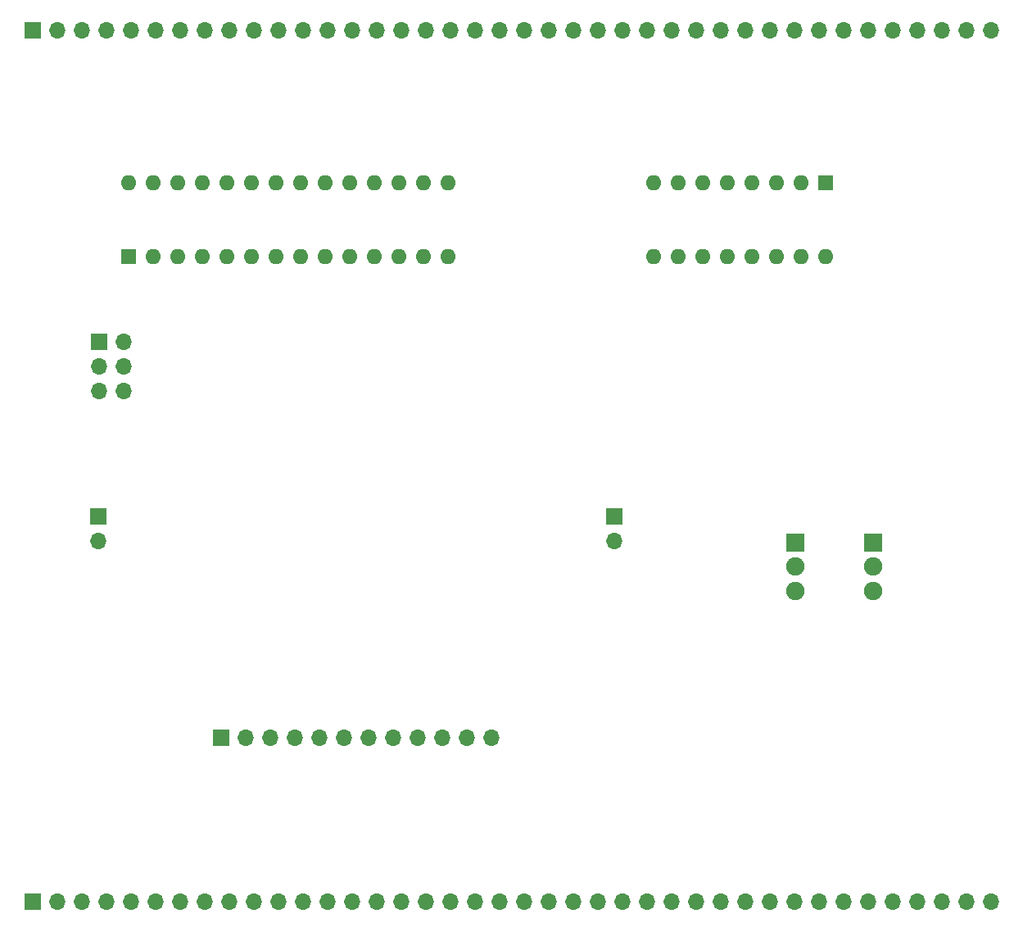
<source format=gbs>
G04 #@! TF.GenerationSoftware,KiCad,Pcbnew,(5.1.9)-1*
G04 #@! TF.CreationDate,2022-07-23T12:13:44-04:00*
G04 #@! TF.ProjectId,output-led,6f757470-7574-42d6-9c65-642e6b696361,1.1*
G04 #@! TF.SameCoordinates,Original*
G04 #@! TF.FileFunction,Soldermask,Bot*
G04 #@! TF.FilePolarity,Negative*
%FSLAX46Y46*%
G04 Gerber Fmt 4.6, Leading zero omitted, Abs format (unit mm)*
G04 Created by KiCad (PCBNEW (5.1.9)-1) date 2022-07-23 12:13:44*
%MOMM*%
%LPD*%
G01*
G04 APERTURE LIST*
%ADD10O,1.700000X1.700000*%
%ADD11R,1.700000X1.700000*%
%ADD12C,1.900000*%
%ADD13R,1.900000X1.900000*%
%ADD14O,1.600000X1.600000*%
%ADD15R,1.600000X1.600000*%
G04 APERTURE END LIST*
D10*
X146500000Y-98740000D03*
D11*
X146500000Y-96200000D03*
D10*
X93200000Y-98740000D03*
D11*
X93200000Y-96200000D03*
D12*
X165200000Y-103900000D03*
X165200000Y-101400000D03*
D13*
X165200000Y-98900000D03*
D12*
X173300000Y-103900000D03*
X173300000Y-101400000D03*
D13*
X173300000Y-98900000D03*
D14*
X168400000Y-69420000D03*
X150620000Y-61800000D03*
X165860000Y-69420000D03*
X153160000Y-61800000D03*
X163320000Y-69420000D03*
X155700000Y-61800000D03*
X160780000Y-69420000D03*
X158240000Y-61800000D03*
X158240000Y-69420000D03*
X160780000Y-61800000D03*
X155700000Y-69420000D03*
X163320000Y-61800000D03*
X153160000Y-69420000D03*
X165860000Y-61800000D03*
X150620000Y-69420000D03*
D15*
X168400000Y-61800000D03*
D14*
X96300000Y-61780000D03*
X129320000Y-69400000D03*
X98840000Y-61780000D03*
X126780000Y-69400000D03*
X101380000Y-61780000D03*
X124240000Y-69400000D03*
X103920000Y-61780000D03*
X121700000Y-69400000D03*
X106460000Y-61780000D03*
X119160000Y-69400000D03*
X109000000Y-61780000D03*
X116620000Y-69400000D03*
X111540000Y-61780000D03*
X114080000Y-69400000D03*
X114080000Y-61780000D03*
X111540000Y-69400000D03*
X116620000Y-61780000D03*
X109000000Y-69400000D03*
X119160000Y-61780000D03*
X106460000Y-69400000D03*
X121700000Y-61780000D03*
X103920000Y-69400000D03*
X124240000Y-61780000D03*
X101380000Y-69400000D03*
X126780000Y-61780000D03*
X98840000Y-69400000D03*
X129320000Y-61780000D03*
D15*
X96300000Y-69400000D03*
D10*
X133800000Y-119100000D03*
X131260000Y-119100000D03*
X128720000Y-119100000D03*
X126180000Y-119100000D03*
X123640000Y-119100000D03*
X121100000Y-119100000D03*
X118560000Y-119100000D03*
X116020000Y-119100000D03*
X113480000Y-119100000D03*
X110940000Y-119100000D03*
X108400000Y-119100000D03*
D11*
X105860000Y-119100000D03*
D10*
X95840000Y-83280000D03*
X93300000Y-83280000D03*
X95840000Y-80740000D03*
X93300000Y-80740000D03*
X95840000Y-78200000D03*
D11*
X93300000Y-78200000D03*
D10*
X185460000Y-136000000D03*
X182920000Y-136000000D03*
X180380000Y-136000000D03*
X177840000Y-136000000D03*
X175300000Y-136000000D03*
X172760000Y-136000000D03*
X170220000Y-136000000D03*
X167680000Y-136000000D03*
X165140000Y-136000000D03*
X162600000Y-136000000D03*
X160060000Y-136000000D03*
X157520000Y-136000000D03*
X154980000Y-136000000D03*
X152440000Y-136000000D03*
X149900000Y-136000000D03*
X147360000Y-136000000D03*
X144820000Y-136000000D03*
X142280000Y-136000000D03*
X139740000Y-136000000D03*
X137200000Y-136000000D03*
X134660000Y-136000000D03*
X132120000Y-136000000D03*
X129580000Y-136000000D03*
X127040000Y-136000000D03*
X124500000Y-136000000D03*
X121960000Y-136000000D03*
X119420000Y-136000000D03*
X116880000Y-136000000D03*
X114340000Y-136000000D03*
X111800000Y-136000000D03*
X109260000Y-136000000D03*
X106720000Y-136000000D03*
X104180000Y-136000000D03*
X101640000Y-136000000D03*
X99100000Y-136000000D03*
X96560000Y-136000000D03*
X94020000Y-136000000D03*
X91480000Y-136000000D03*
X88940000Y-136000000D03*
D11*
X86400000Y-136000000D03*
D10*
X185460000Y-46000000D03*
X182920000Y-46000000D03*
X180380000Y-46000000D03*
X177840000Y-46000000D03*
X175300000Y-46000000D03*
X172760000Y-46000000D03*
X170220000Y-46000000D03*
X167680000Y-46000000D03*
X165140000Y-46000000D03*
X162600000Y-46000000D03*
X160060000Y-46000000D03*
X157520000Y-46000000D03*
X154980000Y-46000000D03*
X152440000Y-46000000D03*
X149900000Y-46000000D03*
X147360000Y-46000000D03*
X144820000Y-46000000D03*
X142280000Y-46000000D03*
X139740000Y-46000000D03*
X137200000Y-46000000D03*
X134660000Y-46000000D03*
X132120000Y-46000000D03*
X129580000Y-46000000D03*
X127040000Y-46000000D03*
X124500000Y-46000000D03*
X121960000Y-46000000D03*
X119420000Y-46000000D03*
X116880000Y-46000000D03*
X114340000Y-46000000D03*
X111800000Y-46000000D03*
X109260000Y-46000000D03*
X106720000Y-46000000D03*
X104180000Y-46000000D03*
X101640000Y-46000000D03*
X99100000Y-46000000D03*
X96560000Y-46000000D03*
X94020000Y-46000000D03*
X91480000Y-46000000D03*
X88940000Y-46000000D03*
D11*
X86400000Y-46000000D03*
M02*

</source>
